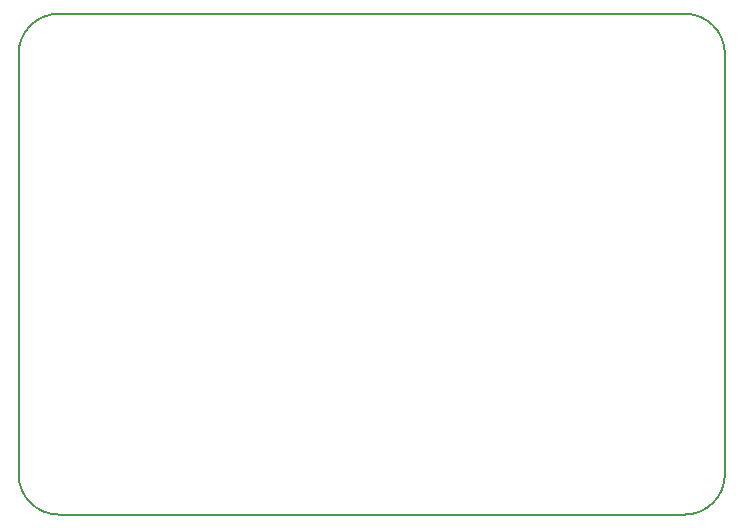
<source format=gbr>
G04 #@! TF.GenerationSoftware,KiCad,Pcbnew,5.0.1*
G04 #@! TF.CreationDate,2019-03-15T13:28:57+13:00*
G04 #@! TF.ProjectId,spiroBoard,737069726F426F6172642E6B69636164,rev?*
G04 #@! TF.SameCoordinates,Original*
G04 #@! TF.FileFunction,Profile,NP*
%FSLAX46Y46*%
G04 Gerber Fmt 4.6, Leading zero omitted, Abs format (unit mm)*
G04 Created by KiCad (PCBNEW 5.0.1) date Fri 15 Mar 2019 01:28:57 PM NZDT*
%MOMM*%
%LPD*%
G01*
G04 APERTURE LIST*
%ADD10C,0.150000*%
G04 APERTURE END LIST*
D10*
X132600000Y-76000000D02*
G75*
G02X136000000Y-72600000I3400000J0D01*
G01*
X132600000Y-111600000D02*
G75*
G03X136000000Y-115000000I3400000J0D01*
G01*
X189000000Y-115000000D02*
G75*
G03X192400000Y-111600000I0J3400000D01*
G01*
X192400000Y-76000000D02*
G75*
G03X189000000Y-72600000I-3400000J0D01*
G01*
X136000000Y-72600000D02*
X189000000Y-72600000D01*
X132600000Y-111600000D02*
X132600000Y-76000000D01*
X189000000Y-115000000D02*
X136000000Y-115000000D01*
X192400000Y-76000000D02*
X192400000Y-111600000D01*
M02*

</source>
